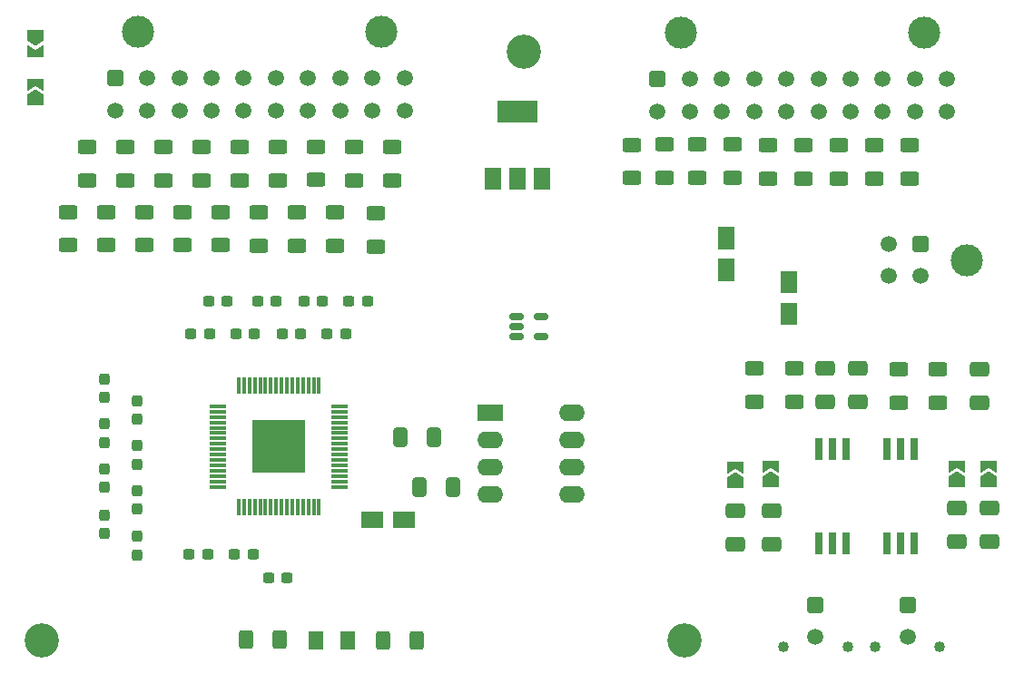
<source format=gbr>
%TF.GenerationSoftware,KiCad,Pcbnew,7.0.8*%
%TF.CreationDate,2024-05-16T20:38:27+02:00*%
%TF.ProjectId,FTCMS_V2,4654434d-535f-4563-922e-6b696361645f,rev?*%
%TF.SameCoordinates,Original*%
%TF.FileFunction,Soldermask,Top*%
%TF.FilePolarity,Negative*%
%FSLAX46Y46*%
G04 Gerber Fmt 4.6, Leading zero omitted, Abs format (unit mm)*
G04 Created by KiCad (PCBNEW 7.0.8) date 2024-05-16 20:38:27*
%MOMM*%
%LPD*%
G01*
G04 APERTURE LIST*
G04 Aperture macros list*
%AMRoundRect*
0 Rectangle with rounded corners*
0 $1 Rounding radius*
0 $2 $3 $4 $5 $6 $7 $8 $9 X,Y pos of 4 corners*
0 Add a 4 corners polygon primitive as box body*
4,1,4,$2,$3,$4,$5,$6,$7,$8,$9,$2,$3,0*
0 Add four circle primitives for the rounded corners*
1,1,$1+$1,$2,$3*
1,1,$1+$1,$4,$5*
1,1,$1+$1,$6,$7*
1,1,$1+$1,$8,$9*
0 Add four rect primitives between the rounded corners*
20,1,$1+$1,$2,$3,$4,$5,0*
20,1,$1+$1,$4,$5,$6,$7,0*
20,1,$1+$1,$6,$7,$8,$9,0*
20,1,$1+$1,$8,$9,$2,$3,0*%
%AMFreePoly0*
4,1,6,1.000000,0.000000,0.500000,-0.750000,-0.500000,-0.750000,-0.500000,0.750000,0.500000,0.750000,1.000000,0.000000,1.000000,0.000000,$1*%
%AMFreePoly1*
4,1,6,0.500000,-0.750000,-0.650000,-0.750000,-0.150000,0.000000,-0.650000,0.750000,0.500000,0.750000,0.500000,-0.750000,0.500000,-0.750000,$1*%
G04 Aperture macros list end*
%ADD10RoundRect,0.237500X-0.237500X0.300000X-0.237500X-0.300000X0.237500X-0.300000X0.237500X0.300000X0*%
%ADD11R,1.500000X1.500000*%
%ADD12FreePoly0,0.000000*%
%ADD13FreePoly0,180.000000*%
%ADD14FreePoly0,270.000000*%
%ADD15FreePoly1,270.000000*%
%ADD16RoundRect,0.250000X0.650000X-0.412500X0.650000X0.412500X-0.650000X0.412500X-0.650000X-0.412500X0*%
%ADD17RoundRect,0.250000X-0.412500X-0.650000X0.412500X-0.650000X0.412500X0.650000X-0.412500X0.650000X0*%
%ADD18RoundRect,0.237500X-0.300000X-0.237500X0.300000X-0.237500X0.300000X0.237500X-0.300000X0.237500X0*%
%ADD19RoundRect,0.250000X0.625000X-0.400000X0.625000X0.400000X-0.625000X0.400000X-0.625000X-0.400000X0*%
%ADD20RoundRect,0.250000X-0.650000X0.412500X-0.650000X-0.412500X0.650000X-0.412500X0.650000X0.412500X0*%
%ADD21RoundRect,0.250000X-0.625000X0.400000X-0.625000X-0.400000X0.625000X-0.400000X0.625000X0.400000X0*%
%ADD22RoundRect,0.237500X0.300000X0.237500X-0.300000X0.237500X-0.300000X-0.237500X0.300000X-0.237500X0*%
%ADD23FreePoly0,90.000000*%
%ADD24FreePoly1,90.000000*%
%ADD25C,3.200000*%
%ADD26C,3.000000*%
%ADD27RoundRect,0.250001X-0.499999X0.499999X-0.499999X-0.499999X0.499999X-0.499999X0.499999X0.499999X0*%
%ADD28C,1.500000*%
%ADD29R,2.400000X1.600000*%
%ADD30O,2.400000X1.600000*%
%ADD31RoundRect,0.250000X-0.400000X-0.625000X0.400000X-0.625000X0.400000X0.625000X-0.400000X0.625000X0*%
%ADD32C,1.020000*%
%ADD33RoundRect,0.250001X-0.499999X-0.499999X0.499999X-0.499999X0.499999X0.499999X-0.499999X0.499999X0*%
%ADD34RoundRect,0.150000X-0.512500X-0.150000X0.512500X-0.150000X0.512500X0.150000X-0.512500X0.150000X0*%
%ADD35R,1.500000X2.000000*%
%ADD36R,3.800000X2.000000*%
%ADD37RoundRect,0.075000X-0.075000X0.700000X-0.075000X-0.700000X0.075000X-0.700000X0.075000X0.700000X0*%
%ADD38RoundRect,0.075000X-0.700000X0.075000X-0.700000X-0.075000X0.700000X-0.075000X0.700000X0.075000X0*%
%ADD39R,5.000000X5.000000*%
%ADD40R,0.760000X2.120000*%
%ADD41R,0.761000X2.120000*%
%ADD42RoundRect,0.250000X0.400000X0.625000X-0.400000X0.625000X-0.400000X-0.625000X0.400000X-0.625000X0*%
%ADD43RoundRect,0.250001X-0.462499X-0.624999X0.462499X-0.624999X0.462499X0.624999X-0.462499X0.624999X0*%
G04 APERTURE END LIST*
D10*
%TO.C,C7*%
X110896400Y-143967200D03*
X110896400Y-145692200D03*
%TD*%
D11*
%TO.C,DISCH Timer*%
X136131200Y-148691600D03*
X138531200Y-148691600D03*
D12*
X135331200Y-148691600D03*
D13*
X139331200Y-148691600D03*
%TD*%
D10*
%TO.C,C4*%
X113944400Y-150264200D03*
X113944400Y-151989200D03*
%TD*%
D14*
%TO.C,JP2*%
X104394000Y-103526000D03*
D15*
X104394000Y-104976000D03*
%TD*%
D16*
%TO.C,C24*%
X181102000Y-137706500D03*
X181102000Y-134581500D03*
%TD*%
D17*
%TO.C,C22*%
X138493100Y-141020800D03*
X141618100Y-141020800D03*
%TD*%
D18*
%TO.C,C3*%
X118771500Y-151892000D03*
X120496500Y-151892000D03*
%TD*%
D19*
%TO.C,RT7*%
X179348000Y-116840000D03*
X179348000Y-113740000D03*
%TD*%
D20*
%TO.C,C31*%
X173075600Y-147891100D03*
X173075600Y-151016100D03*
%TD*%
D19*
%TO.C,R30*%
X184912000Y-137744800D03*
X184912000Y-134644800D03*
%TD*%
D21*
%TO.C,R10B1*%
X123444000Y-113919000D03*
X123444000Y-117019000D03*
%TD*%
D10*
%TO.C,C8*%
X113944400Y-141781700D03*
X113944400Y-143506700D03*
%TD*%
D22*
%TO.C,C12*%
X120650000Y-131318000D03*
X118925000Y-131318000D03*
%TD*%
D19*
%TO.C,R31*%
X171500800Y-137694000D03*
X171500800Y-134594000D03*
%TD*%
D21*
%TO.C,R9B1*%
X121666000Y-119989000D03*
X121666000Y-123089000D03*
%TD*%
D11*
%TO.C,IPA-SCK*%
X168859200Y-125101200D03*
X168859200Y-122701200D03*
D23*
X168859200Y-125901200D03*
D14*
X168859200Y-121901200D03*
%TD*%
D23*
%TO.C,JP6*%
X193344800Y-145163200D03*
D24*
X193344800Y-143713200D03*
%TD*%
D21*
%TO.C,R2B1*%
X109220000Y-113919000D03*
X109220000Y-117019000D03*
%TD*%
D25*
%TO.C,H2*%
X150000000Y-105000000D03*
%TD*%
D22*
%TO.C,C19*%
X135382000Y-128270000D03*
X133657000Y-128270000D03*
%TD*%
D10*
%TO.C,C11*%
X110896400Y-135585200D03*
X110896400Y-137310200D03*
%TD*%
D17*
%TO.C,C23*%
X140232600Y-145643600D03*
X143357600Y-145643600D03*
%TD*%
D21*
%TO.C,R6B1*%
X116332000Y-113919000D03*
X116332000Y-117019000D03*
%TD*%
D20*
%TO.C,C29*%
X193446400Y-147586300D03*
X193446400Y-150711300D03*
%TD*%
D19*
%TO.C,RT1*%
X160068000Y-116814000D03*
X160068000Y-113714000D03*
%TD*%
D21*
%TO.C,R1B1*%
X107442000Y-119963000D03*
X107442000Y-123063000D03*
%TD*%
D19*
%TO.C,RT9*%
X185928000Y-116840000D03*
X185928000Y-113740000D03*
%TD*%
D25*
%TO.C,H1*%
X105000000Y-160000000D03*
%TD*%
D20*
%TO.C,C32*%
X169672000Y-147891100D03*
X169672000Y-151016100D03*
%TD*%
D21*
%TO.C,R13B1*%
X128778000Y-120015000D03*
X128778000Y-123115000D03*
%TD*%
%TO.C,R5B1*%
X114554000Y-119963000D03*
X114554000Y-123063000D03*
%TD*%
D23*
%TO.C,JP7*%
X173024800Y-145163200D03*
D24*
X173024800Y-143713200D03*
%TD*%
D20*
%TO.C,C27*%
X178104800Y-134581500D03*
X178104800Y-137706500D03*
%TD*%
D26*
%TO.C,J4*%
X191312800Y-124460000D03*
D27*
X186992800Y-122960000D03*
D28*
X186992800Y-125960000D03*
X183992800Y-122960000D03*
X183992800Y-125960000D03*
%TD*%
D29*
%TO.C,OP1*%
X146812000Y-138684000D03*
D30*
X146812000Y-141224000D03*
X146812000Y-143764000D03*
X146812000Y-146304000D03*
X154432000Y-146304000D03*
X154432000Y-143764000D03*
X154432000Y-141224000D03*
X154432000Y-138684000D03*
%TD*%
D10*
%TO.C,C6*%
X113944400Y-145999200D03*
X113944400Y-147724200D03*
%TD*%
D19*
%TO.C,R24*%
X175209200Y-137694000D03*
X175209200Y-134594000D03*
%TD*%
D22*
%TO.C,C15*%
X126899500Y-128270000D03*
X125174500Y-128270000D03*
%TD*%
D21*
%TO.C,R15B1*%
X132334000Y-120015000D03*
X132334000Y-123115000D03*
%TD*%
D22*
%TO.C,C18*%
X133350000Y-131318000D03*
X131625000Y-131318000D03*
%TD*%
D19*
%TO.C,RT5*%
X172768000Y-116840000D03*
X172768000Y-113740000D03*
%TD*%
D21*
%TO.C,R11B1*%
X125222000Y-120015000D03*
X125222000Y-123115000D03*
%TD*%
D19*
%TO.C,RT2*%
X163116000Y-116788000D03*
X163116000Y-113688000D03*
%TD*%
D31*
%TO.C,R22*%
X136880000Y-159969200D03*
X139980000Y-159969200D03*
%TD*%
D21*
%TO.C,R14B1*%
X130556000Y-113893000D03*
X130556000Y-116993000D03*
%TD*%
D32*
%TO.C,J6*%
X174190400Y-160566800D03*
X180190400Y-160566800D03*
D33*
X177190400Y-156626800D03*
D28*
X177190400Y-159626800D03*
%TD*%
D10*
%TO.C,C9*%
X110896400Y-139749700D03*
X110896400Y-141474700D03*
%TD*%
D23*
%TO.C,JP1*%
X104394000Y-109474000D03*
D24*
X104394000Y-108024000D03*
%TD*%
D21*
%TO.C,R4B1*%
X112776000Y-113919000D03*
X112776000Y-117019000D03*
%TD*%
D19*
%TO.C,R21*%
X188620400Y-137744800D03*
X188620400Y-134644800D03*
%TD*%
D21*
%TO.C,R16B1*%
X134112000Y-113919000D03*
X134112000Y-117019000D03*
%TD*%
D34*
%TO.C,U2*%
X149332100Y-129707600D03*
X149332100Y-130657600D03*
X149332100Y-131607600D03*
X151607100Y-131607600D03*
X151607100Y-129707600D03*
%TD*%
D21*
%TO.C,R18B1*%
X137668000Y-113919000D03*
X137668000Y-117019000D03*
%TD*%
D20*
%TO.C,C30*%
X190347600Y-147586300D03*
X190347600Y-150711300D03*
%TD*%
D35*
%TO.C,Q1*%
X147102800Y-116891600D03*
X149402800Y-116891600D03*
D36*
X149402800Y-110591600D03*
D35*
X151702800Y-116891600D03*
%TD*%
D18*
%TO.C,C2*%
X122989000Y-151892000D03*
X124714000Y-151892000D03*
%TD*%
D37*
%TO.C,U1*%
X130886000Y-136193000D03*
X130386000Y-136193000D03*
X129886000Y-136193000D03*
X129386000Y-136193000D03*
X128886000Y-136193000D03*
X128386000Y-136193000D03*
X127886000Y-136193000D03*
X127386000Y-136193000D03*
X126886000Y-136193000D03*
X126386000Y-136193000D03*
X125886000Y-136193000D03*
X125386000Y-136193000D03*
X124886000Y-136193000D03*
X124386000Y-136193000D03*
X123886000Y-136193000D03*
X123386000Y-136193000D03*
D38*
X121461000Y-138118000D03*
X121461000Y-138618000D03*
X121461000Y-139118000D03*
X121461000Y-139618000D03*
X121461000Y-140118000D03*
X121461000Y-140618000D03*
X121461000Y-141118000D03*
X121461000Y-141618000D03*
X121461000Y-142118000D03*
X121461000Y-142618000D03*
X121461000Y-143118000D03*
X121461000Y-143618000D03*
X121461000Y-144118000D03*
X121461000Y-144618000D03*
X121461000Y-145118000D03*
X121461000Y-145618000D03*
D37*
X123386000Y-147543000D03*
X123886000Y-147543000D03*
X124386000Y-147543000D03*
X124886000Y-147543000D03*
X125386000Y-147543000D03*
X125886000Y-147543000D03*
X126386000Y-147543000D03*
X126886000Y-147543000D03*
X127386000Y-147543000D03*
X127886000Y-147543000D03*
X128386000Y-147543000D03*
X128886000Y-147543000D03*
X129386000Y-147543000D03*
X129886000Y-147543000D03*
X130386000Y-147543000D03*
X130886000Y-147543000D03*
D38*
X132811000Y-145618000D03*
X132811000Y-145118000D03*
X132811000Y-144618000D03*
X132811000Y-144118000D03*
X132811000Y-143618000D03*
X132811000Y-143118000D03*
X132811000Y-142618000D03*
X132811000Y-142118000D03*
X132811000Y-141618000D03*
X132811000Y-141118000D03*
X132811000Y-140618000D03*
X132811000Y-140118000D03*
X132811000Y-139618000D03*
X132811000Y-139118000D03*
X132811000Y-138618000D03*
X132811000Y-138118000D03*
D39*
X127136000Y-141868000D03*
%TD*%
D40*
%TO.C,TR1*%
X177495700Y-150926800D03*
D41*
X178765200Y-150926800D03*
X180035200Y-150926800D03*
X183845200Y-150926800D03*
D40*
X185115700Y-150926800D03*
D41*
X186385200Y-150926800D03*
D40*
X186385700Y-142124800D03*
D41*
X185116200Y-142124800D03*
D40*
X183845700Y-142124800D03*
X180035700Y-142124800D03*
D41*
X178766200Y-142124800D03*
D40*
X177495700Y-142124800D03*
%TD*%
D10*
%TO.C,C10*%
X113944400Y-137617200D03*
X113944400Y-139342200D03*
%TD*%
D21*
%TO.C,R17B1*%
X136144000Y-120116000D03*
X136144000Y-123216000D03*
%TD*%
D16*
%TO.C,C26*%
X192481200Y-137757300D03*
X192481200Y-134632300D03*
%TD*%
D11*
%TO.C,IMA-CS*%
X174701200Y-129196800D03*
X174701200Y-126796800D03*
D23*
X174701200Y-129996800D03*
D14*
X174701200Y-125996800D03*
%TD*%
D23*
%TO.C,JP5*%
X190398400Y-145163200D03*
D24*
X190398400Y-143713200D03*
%TD*%
D22*
%TO.C,C17*%
X131191000Y-128270000D03*
X129466000Y-128270000D03*
%TD*%
D19*
%TO.C,RT4*%
X169466000Y-116788000D03*
X169466000Y-113688000D03*
%TD*%
D21*
%TO.C,R12B1*%
X127000000Y-113919000D03*
X127000000Y-117019000D03*
%TD*%
D10*
%TO.C,C5*%
X110896400Y-148285200D03*
X110896400Y-150010200D03*
%TD*%
D25*
%TO.C,H3*%
X165000000Y-160000000D03*
%TD*%
D22*
%TO.C,C14*%
X124867500Y-131318000D03*
X123142500Y-131318000D03*
%TD*%
%TO.C,C13*%
X122327500Y-128270000D03*
X120602500Y-128270000D03*
%TD*%
D26*
%TO.C,J2*%
X164618400Y-103274400D03*
X187318400Y-103274400D03*
D33*
X162458400Y-107594400D03*
D28*
X162458400Y-110594400D03*
X165458400Y-107594400D03*
X165458400Y-110594400D03*
X168458400Y-107594400D03*
X168458400Y-110594400D03*
X171458400Y-107594400D03*
X171458400Y-110594400D03*
X174458400Y-107594400D03*
X174458400Y-110594400D03*
X177458400Y-107594400D03*
X177458400Y-110594400D03*
X180458400Y-107594400D03*
X180458400Y-110594400D03*
X183458400Y-107594400D03*
X183458400Y-110594400D03*
X186458400Y-107594400D03*
X186458400Y-110594400D03*
X189458400Y-107594400D03*
X189458400Y-110594400D03*
%TD*%
D42*
%TO.C,R0*%
X127178400Y-159918400D03*
X124078400Y-159918400D03*
%TD*%
D22*
%TO.C,C16*%
X129185500Y-131318000D03*
X127460500Y-131318000D03*
%TD*%
D19*
%TO.C,RT6*%
X176058000Y-116840000D03*
X176058000Y-113740000D03*
%TD*%
%TO.C,RT3*%
X166176000Y-116788000D03*
X166176000Y-113688000D03*
%TD*%
D32*
%TO.C,J3*%
X182775600Y-160566800D03*
X188775600Y-160566800D03*
D33*
X185775600Y-156626800D03*
D28*
X185775600Y-159626800D03*
%TD*%
D21*
%TO.C,R3B1*%
X110998000Y-119963000D03*
X110998000Y-123063000D03*
%TD*%
D43*
%TO.C,D1*%
X130556000Y-159969200D03*
X133531000Y-159969200D03*
%TD*%
D21*
%TO.C,R7B1*%
X118110000Y-119963000D03*
X118110000Y-123063000D03*
%TD*%
D23*
%TO.C,JP8*%
X169672000Y-145214000D03*
D24*
X169672000Y-143764000D03*
%TD*%
D19*
%TO.C,RT8*%
X182638000Y-116840000D03*
X182638000Y-113740000D03*
%TD*%
D26*
%TO.C,J1*%
X114009000Y-103170000D03*
X136709000Y-103170000D03*
D33*
X111849000Y-107490000D03*
D28*
X111849000Y-110490000D03*
X114849000Y-107490000D03*
X114849000Y-110490000D03*
X117849000Y-107490000D03*
X117849000Y-110490000D03*
X120849000Y-107490000D03*
X120849000Y-110490000D03*
X123849000Y-107490000D03*
X123849000Y-110490000D03*
X126849000Y-107490000D03*
X126849000Y-110490000D03*
X129849000Y-107490000D03*
X129849000Y-110490000D03*
X132849000Y-107490000D03*
X132849000Y-110490000D03*
X135849000Y-107490000D03*
X135849000Y-110490000D03*
X138849000Y-107490000D03*
X138849000Y-110490000D03*
%TD*%
D18*
%TO.C,C28*%
X126188300Y-154127200D03*
X127913300Y-154127200D03*
%TD*%
D21*
%TO.C,R8B1*%
X119888000Y-113919000D03*
X119888000Y-117019000D03*
%TD*%
M02*

</source>
